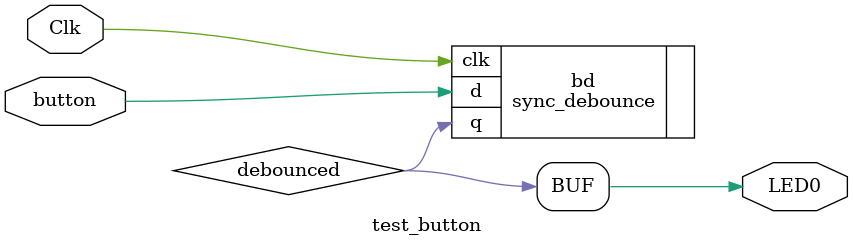
<source format=sv>
`timescale 1ns / 1ps


module test_button(

input logic Clk,

input logic button,

output logic LED0

    );
logic debounced;

assign LED0 = debounced;

sync_debounce bd (
		.clk  (Clk),

		.d    (button),
		.q    (debounced) //intermiediate signals
	);

endmodule

</source>
